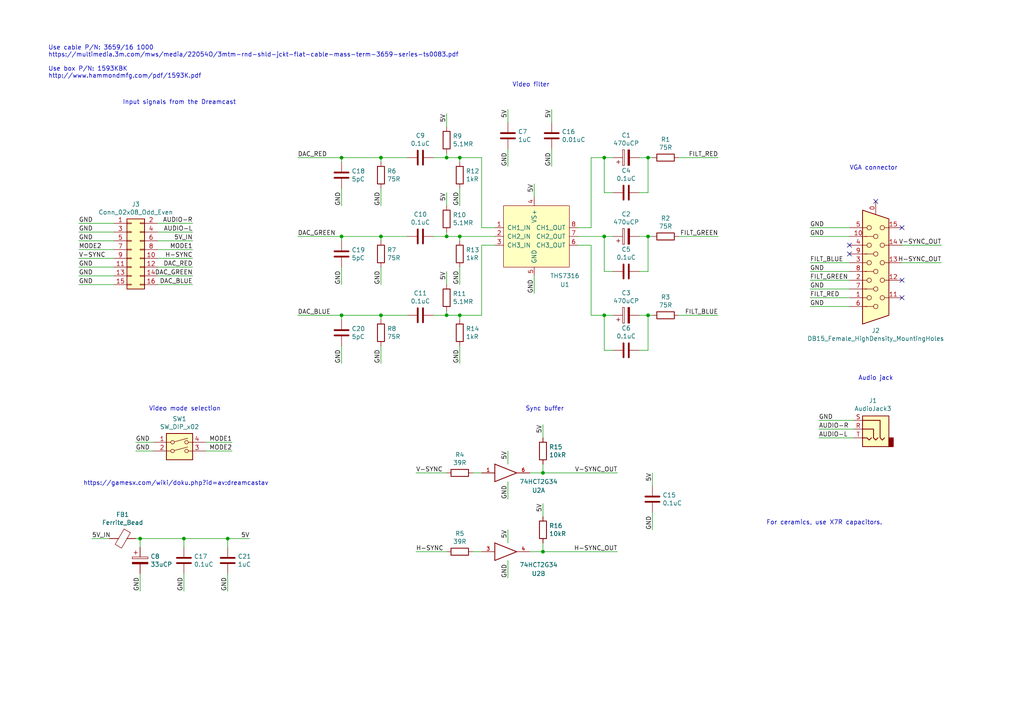
<source format=kicad_sch>
(kicad_sch (version 20231120) (generator "eeschema") (generator_version "8.0")
  (paper "A4")
  (lib_symbols
    (symbol "74xGxx:74LVC2G34" (pin_names (offset 1.016))
      (property "Reference" "U" (at -2.54 3.81 0))
      (property "Value" "74LVC2G34" (at 0 -3.81 0))
      (symbol "74LVC2G34_0_1"
        (polyline (pts (xy -3.81 2.54) (xy -3.81 -2.54) (xy 2.54 0) (xy -3.81 2.54)) (stroke (width 0.254)))
        (pin power_in line (at 0 -2.54 270) (length 0) hide (name "GND") (number "2"))
        (pin power_in line (at 0 2.54 90) (length 0) hide (name "VCC") (number "5"))
      )
      (symbol "74LVC2G34_1_1"
        (pin input line (at -7.62 0 0) (length 3.81) (name "~") (number "1"))
        (pin output line (at 6.35 0 180) (length 3.81) (name "~") (number "6"))
      )
      (symbol "74LVC2G34_2_1"
        (pin input line (at -7.62 0 0) (length 3.81) (name "~") (number "3"))
        (pin output line (at 6.35 0 180) (length 3.81) (name "~") (number "4"))
      )
    )
    (symbol "Amplifier_Video_custom:THS7316" (pin_names (offset 1.016))
      (property "Reference" "U" (at 7.62 -12.7 0))
      (property "Value" "THS7316" (at 7.62 -10.16 0))
      (symbol "THS7316_0_1"
        (rectangle (start -8.89 10.16) (end 10.16 -7.62) (fill (type background)))
      )
      (symbol "THS7316_1_1"
        (pin input line (at -11.43 3.81 0) (length 2.54) (name "CH1_IN") (number "1"))
        (pin input line (at -11.43 1.27 0) (length 2.54) (name "CH2_IN") (number "2"))
        (pin input line (at -11.43 -1.27 0) (length 2.54) (name "CH3_IN") (number "3"))
        (pin power_in line (at 0 12.7 270) (length 2.54) (name "VS+") (number "4"))
        (pin power_in line (at 0 -10.16 90) (length 2.54) (name "GND") (number "5"))
        (pin output line (at 12.7 -1.27 180) (length 2.54) (name "CH3_OUT") (number "6"))
        (pin output line (at 12.7 1.27 180) (length 2.54) (name "CH2_OUT") (number "7"))
        (pin output line (at 12.7 3.81 180) (length 2.54) (name "CH1_OUT") (number "8"))
      )
    )
    (symbol "Connector:AudioJack3"
      (property "Reference" "J" (at 0 8.89 0))
      (property "Value" "AudioJack3" (at 0 6.35 0))
      (symbol "AudioJack3_0_1"
        (rectangle (start -5.08 -5.08) (end -6.35 -2.54) (stroke (width 0.254)) (fill (type outline)))
        (polyline (pts (xy 0 -2.54) (xy 0.635 -3.175) (xy 1.27 -2.54) (xy 2.54 -2.54)) (stroke (width 0.254)))
        (polyline (pts (xy -1.905 -2.54) (xy -1.27 -3.175) (xy -0.635 -2.54) (xy -0.635 0) (xy 2.54 0)) (stroke (width 0.254)))
        (polyline (pts (xy 2.54 2.54) (xy -2.54 2.54) (xy -2.54 -2.54) (xy -3.175 -3.175) (xy -3.81 -2.54)) (stroke (width 0.254)))
        (rectangle (start 2.54 3.81) (end -5.08 -5.08) (stroke (width 0.254)) (fill (type background)))
      )
      (symbol "AudioJack3_1_1"
        (pin passive line (at 5.08 0 180) (length 2.54) (name "~") (number "R"))
        (pin passive line (at 5.08 2.54 180) (length 2.54) (name "~") (number "S"))
        (pin passive line (at 5.08 -2.54 180) (length 2.54) (name "~") (number "T"))
      )
    )
    (symbol "Connector:DB15_Female_HighDensity_MountingHoles" (pin_names (offset 1.016) hide)
      (property "Reference" "J" (at 0 21.59 0))
      (property "Value" "DB15_Female_HighDensity_MountingHoles" (at 0 19.05 0))
      (symbol "DB15_Female_HighDensity_MountingHoles_0_1"
        (circle (center -1.905 -10.16) (radius 0.635))
        (circle (center -1.905 -5.08) (radius 0.635))
        (circle (center -1.905 0) (radius 0.635))
        (circle (center -1.905 5.08) (radius 0.635))
        (circle (center -1.905 10.16) (radius 0.635))
        (circle (center 0 -7.62) (radius 0.635))
        (circle (center 0 -2.54) (radius 0.635))
        (polyline (pts (xy -3.175 7.62) (xy -0.635 7.62)))
        (polyline (pts (xy -0.635 -7.62) (xy -3.175 -7.62)))
        (polyline (pts (xy -0.635 -2.54) (xy -3.175 -2.54)))
        (polyline (pts (xy -0.635 2.54) (xy -3.175 2.54)))
        (polyline (pts (xy -0.635 12.7) (xy -3.175 12.7)))
        (polyline (pts (xy -3.81 17.78) (xy -3.81 -15.24) (xy 3.81 -12.7) (xy 3.81 15.24) (xy -3.81 17.78)) (stroke (width 0.254)) (fill (type background)))
        (circle (center 0 2.54) (radius 0.635))
        (circle (center 0 7.62) (radius 0.635))
        (circle (center 0 12.7) (radius 0.635))
        (circle (center 1.905 -10.16) (radius 0.635))
        (circle (center 1.905 -5.08) (radius 0.635))
        (circle (center 1.905 0) (radius 0.635))
        (circle (center 1.905 5.08) (radius 0.635))
        (circle (center 1.905 10.16) (radius 0.635))
      )
      (symbol "DB15_Female_HighDensity_MountingHoles_1_1"
        (pin passive line (at 0 -17.78 90) (length 3.81) (name "~") (number "0"))
        (pin passive line (at -7.62 10.16 0) (length 5.08) (name "~") (number "1"))
        (pin passive line (at -7.62 -7.62 0) (length 5.08) (name "~") (number "10"))
        (pin passive line (at 7.62 10.16 180) (length 5.08) (name "~") (number "11"))
        (pin passive line (at 7.62 5.08 180) (length 5.08) (name "~") (number "12"))
        (pin passive line (at 7.62 0 180) (length 5.08) (name "~") (number "13"))
        (pin passive line (at 7.62 -5.08 180) (length 5.08) (name "~") (number "14"))
        (pin passive line (at 7.62 -10.16 180) (length 5.08) (name "~") (number "15"))
        (pin passive line (at -7.62 5.08 0) (length 5.08) (name "~") (number "2"))
        (pin passive line (at -7.62 0 0) (length 5.08) (name "~") (number "3"))
        (pin passive line (at -7.62 -5.08 0) (length 5.08) (name "~") (number "4"))
        (pin passive line (at -7.62 -10.16 0) (length 5.08) (name "~") (number "5"))
        (pin passive line (at -7.62 12.7 0) (length 5.08) (name "~") (number "6"))
        (pin passive line (at -7.62 7.62 0) (length 5.08) (name "~") (number "7"))
        (pin passive line (at -7.62 2.54 0) (length 5.08) (name "~") (number "8"))
        (pin passive line (at -7.62 -2.54 0) (length 5.08) (name "~") (number "9"))
      )
    )
    (symbol "Connector_Generic:Conn_02x08_Odd_Even" (pin_names (offset 1.016) hide)
      (property "Reference" "J" (at 1.27 10.16 0))
      (property "Value" "Conn_02x08_Odd_Even" (at 1.27 -12.7 0))
      (symbol "Conn_02x08_Odd_Even_1_1"
        (rectangle (start -1.27 -10.033) (end 0 -10.287) (stroke (width 0.1524)))
        (rectangle (start -1.27 -7.493) (end 0 -7.747) (stroke (width 0.1524)))
        (rectangle (start -1.27 -4.953) (end 0 -5.207) (stroke (width 0.1524)))
        (rectangle (start -1.27 -2.413) (end 0 -2.667) (stroke (width 0.1524)))
        (rectangle (start -1.27 0.127) (end 0 -0.127) (stroke (width 0.1524)))
        (rectangle (start -1.27 2.667) (end 0 2.413) (stroke (width 0.1524)))
        (rectangle (start -1.27 5.207) (end 0 4.953) (stroke (width 0.1524)))
        (rectangle (start -1.27 7.747) (end 0 7.493) (stroke (width 0.1524)))
        (rectangle (start -1.27 8.89) (end 3.81 -11.43) (stroke (width 0.254)) (fill (type background)))
        (rectangle (start 3.81 -10.033) (end 2.54 -10.287) (stroke (width 0.1524)))
        (rectangle (start 3.81 -7.493) (end 2.54 -7.747) (stroke (width 0.1524)))
        (rectangle (start 3.81 -4.953) (end 2.54 -5.207) (stroke (width 0.1524)))
        (rectangle (start 3.81 -2.413) (end 2.54 -2.667) (stroke (width 0.1524)))
        (rectangle (start 3.81 0.127) (end 2.54 -0.127) (stroke (width 0.1524)))
        (rectangle (start 3.81 2.667) (end 2.54 2.413) (stroke (width 0.1524)))
        (rectangle (start 3.81 5.207) (end 2.54 4.953) (stroke (width 0.1524)))
        (rectangle (start 3.81 7.747) (end 2.54 7.493) (stroke (width 0.1524)))
        (pin passive line (at -5.08 7.62 0) (length 3.81) (name "Pin_1") (number "1"))
        (pin passive line (at 7.62 -2.54 180) (length 3.81) (name "Pin_10") (number "10"))
        (pin passive line (at -5.08 -5.08 0) (length 3.81) (name "Pin_11") (number "11"))
        (pin passive line (at 7.62 -5.08 180) (length 3.81) (name "Pin_12") (number "12"))
        (pin passive line (at -5.08 -7.62 0) (length 3.81) (name "Pin_13") (number "13"))
        (pin passive line (at 7.62 -7.62 180) (length 3.81) (name "Pin_14") (number "14"))
        (pin passive line (at -5.08 -10.16 0) (length 3.81) (name "Pin_15") (number "15"))
        (pin passive line (at 7.62 -10.16 180) (length 3.81) (name "Pin_16") (number "16"))
        (pin passive line (at 7.62 7.62 180) (length 3.81) (name "Pin_2") (number "2"))
        (pin passive line (at -5.08 5.08 0) (length 3.81) (name "Pin_3") (number "3"))
        (pin passive line (at 7.62 5.08 180) (length 3.81) (name "Pin_4") (number "4"))
        (pin passive line (at -5.08 2.54 0) (length 3.81) (name "Pin_5") (number "5"))
        (pin passive line (at 7.62 2.54 180) (length 3.81) (name "Pin_6") (number "6"))
        (pin passive line (at -5.08 0 0) (length 3.81) (name "Pin_7") (number "7"))
        (pin passive line (at 7.62 0 180) (length 3.81) (name "Pin_8") (number "8"))
        (pin passive line (at -5.08 -2.54 0) (length 3.81) (name "Pin_9") (number "9"))
      )
    )
    (symbol "Device:C" (pin_numbers hide) (pin_names (offset 0.254))
      (property "Reference" "C" (at 0.635 2.54 0))
      (property "Value" "C" (at 0.635 -2.54 0))
      (symbol "C_0_1"
        (polyline (pts (xy -2.032 -0.762) (xy 2.032 -0.762)) (stroke (width 0.508)))
        (polyline (pts (xy -2.032 0.762) (xy 2.032 0.762)) (stroke (width 0.508)))
      )
      (symbol "C_1_1"
        (pin passive line (at 0 3.81 270) (length 2.794) (name "~") (number "1"))
        (pin passive line (at 0 -3.81 90) (length 2.794) (name "~") (number "2"))
      )
    )
    (symbol "Device:R" (pin_numbers hide) (pin_names (offset 0))
      (property "Reference" "R" (at 2.032 0 90))
      (property "Value" "R" (at 0 0 90))
      (symbol "R_0_1"
        (rectangle (start -1.016 -2.54) (end 1.016 2.54) (stroke (width 0.254)))
      )
      (symbol "R_1_1"
        (pin passive line (at 0 3.81 270) (length 1.27) (name "~") (number "1"))
        (pin passive line (at 0 -3.81 90) (length 1.27) (name "~") (number "2"))
      )
    )
    (symbol "Dreamcast_VGA_Adapter-rescue:CP-Device" (pin_numbers hide) (pin_names (offset 0.254))
      (property "Reference" "C" (at 0.635 2.54 0))
      (property "Value" "CP-Device" (at 0.635 -2.54 0))
      (symbol "CP-Device_0_1"
        (rectangle (start -2.286 0.508) (end 2.286 1.016))
        (polyline (pts (xy -1.778 2.286) (xy -0.762 2.286)))
        (polyline (pts (xy -1.27 2.794) (xy -1.27 1.778)))
        (rectangle (start 2.286 -0.508) (end -2.286 -1.016) (fill (type outline)))
      )
      (symbol "CP-Device_1_1"
        (pin passive line (at 0 3.81 270) (length 2.794) (name "~") (number "1"))
        (pin passive line (at 0 -3.81 90) (length 2.794) (name "~") (number "2"))
      )
    )
    (symbol "Dreamcast_VGA_Adapter-rescue:Ferrite_Bead-Device" (pin_numbers hide) (pin_names (offset 0))
      (property "Reference" "FB" (at -3.81 0.635 90))
      (property "Value" "Ferrite_Bead-Device" (at 3.81 0 90))
      (symbol "Ferrite_Bead-Device_0_1"
        (polyline (pts (xy 0 -1.27) (xy 0 -1.2192)))
        (polyline (pts (xy 0 1.27) (xy 0 1.2954)))
        (polyline (pts (xy -2.7686 0.4064) (xy -1.7018 2.2606) (xy 2.7686 -0.3048) (xy 1.6764 -2.159) (xy -2.7686 0.4064)))
      )
      (symbol "Ferrite_Bead-Device_1_1"
        (pin passive line (at 0 3.81 270) (length 2.54) (name "~") (number "1"))
        (pin passive line (at 0 -3.81 90) (length 2.54) (name "~") (number "2"))
      )
    )
    (symbol "Switch:SW_DIP_x02" (pin_names (offset 0) hide)
      (property "Reference" "SW" (at 0 6.35 0))
      (property "Value" "SW_DIP_x02" (at 0 -3.81 0))
      (symbol "SW_DIP_x02_0_0"
        (circle (center -2.032 0) (radius 0.508))
        (circle (center -2.032 2.54) (radius 0.508))
        (polyline (pts (xy -1.524 0.127) (xy 2.3622 1.1684)))
        (polyline (pts (xy -1.524 2.667) (xy 2.3622 3.7084)))
        (circle (center 2.032 0) (radius 0.508))
        (circle (center 2.032 2.54) (radius 0.508))
      )
      (symbol "SW_DIP_x02_0_1"
        (rectangle (start -3.81 5.08) (end 3.81 -2.54) (stroke (width 0.254)) (fill (type background)))
      )
      (symbol "SW_DIP_x02_1_1"
        (pin passive line (at -7.62 2.54 0) (length 5.08) (name "~") (number "1"))
        (pin passive line (at -7.62 0 0) (length 5.08) (name "~") (number "2"))
        (pin passive line (at 7.62 0 180) (length 5.08) (name "~") (number "3"))
        (pin passive line (at 7.62 2.54 180) (length 5.08) (name "~") (number "4"))
      )
    )
  )
  (junction (at 133.35 45.72))
  (junction (at 129.54 91.44))
  (junction (at 187.96 91.44))
  (junction (at 110.49 91.44))
  (junction (at 110.49 68.58))
  (junction (at 175.26 45.72))
  (junction (at 40.64 156.21))
  (junction (at 175.26 91.44))
  (junction (at 187.96 45.72))
  (junction (at 157.48 137.16))
  (junction (at 175.26 68.58))
  (junction (at 99.06 45.72))
  (junction (at 53.34 156.21))
  (junction (at 110.49 45.72))
  (junction (at 129.54 45.72))
  (junction (at 99.06 91.44))
  (junction (at 133.35 91.44))
  (junction (at 133.35 68.58))
  (junction (at 99.06 68.58))
  (junction (at 157.48 160.02))
  (junction (at 129.54 68.58))
  (junction (at 187.96 68.58))
  (junction (at 66.04 156.21))
  (no_connect (at 254 58.42))
  (no_connect (at 261.62 86.36))
  (no_connect (at 246.38 71.12))
  (no_connect (at 261.62 81.28))
  (no_connect (at 246.38 73.66))
  (no_connect (at 261.62 66.04))
  (wire (pts (xy 171.45 45.72) (xy 175.26 45.72)))
  (wire (pts (xy 167.64 71.12) (xy 171.45 71.12)))
  (wire (pts (xy 22.86 69.85) (xy 33.02 69.85)))
  (wire (pts (xy 157.48 157.48) (xy 157.48 160.02)))
  (wire (pts (xy 139.7 66.04) (xy 139.7 45.72)))
  (wire (pts (xy 45.72 67.31) (xy 55.88 67.31)))
  (wire (pts (xy 129.54 33.02) (xy 129.54 36.83)))
  (wire (pts (xy 234.95 78.74) (xy 246.38 78.74)))
  (wire (pts (xy 153.67 137.16) (xy 157.48 137.16)))
  (wire (pts (xy 189.23 68.58) (xy 187.96 68.58)))
  (wire (pts (xy 185.42 45.72) (xy 187.96 45.72)))
  (wire (pts (xy 53.34 158.75) (xy 53.34 156.21)))
  (wire (pts (xy 167.64 68.58) (xy 175.26 68.58)))
  (wire (pts (xy 237.49 121.92) (xy 247.65 121.92)))
  (wire (pts (xy 99.06 91.44) (xy 86.36 91.44)))
  (wire (pts (xy 99.06 69.85) (xy 99.06 68.58)))
  (wire (pts (xy 175.26 45.72) (xy 175.26 55.88)))
  (wire (pts (xy 147.32 144.78) (xy 147.32 139.7)))
  (wire (pts (xy 44.45 130.81) (xy 39.37 130.81)))
  (wire (pts (xy 139.7 91.44) (xy 139.7 71.12)))
  (wire (pts (xy 177.8 78.74) (xy 175.26 78.74)))
  (wire (pts (xy 55.88 82.55) (xy 45.72 82.55)))
  (wire (pts (xy 147.32 167.64) (xy 147.32 162.56)))
  (wire (pts (xy 175.26 101.6) (xy 175.26 91.44)))
  (wire (pts (xy 273.05 71.12) (xy 261.62 71.12)))
  (wire (pts (xy 129.54 78.74) (xy 129.54 82.55)))
  (wire (pts (xy 31.75 156.21) (xy 26.67 156.21)))
  (wire (pts (xy 40.64 158.75) (xy 40.64 156.21)))
  (wire (pts (xy 22.86 64.77) (xy 33.02 64.77)))
  (wire (pts (xy 45.72 77.47) (xy 55.88 77.47)))
  (wire (pts (xy 110.49 68.58) (xy 118.11 68.58)))
  (wire (pts (xy 53.34 171.45) (xy 53.34 166.37)))
  (wire (pts (xy 59.69 128.27) (xy 67.31 128.27)))
  (wire (pts (xy 185.42 91.44) (xy 187.96 91.44)))
  (wire (pts (xy 147.32 48.26) (xy 147.32 43.18)))
  (wire (pts (xy 234.95 88.9) (xy 246.38 88.9)))
  (wire (pts (xy 154.94 53.34) (xy 154.94 57.15)))
  (wire (pts (xy 129.54 45.72) (xy 133.35 45.72)))
  (wire (pts (xy 45.72 72.39) (xy 55.88 72.39)))
  (wire (pts (xy 189.23 45.72) (xy 187.96 45.72)))
  (wire (pts (xy 110.49 45.72) (xy 99.06 45.72)))
  (wire (pts (xy 157.48 123.19) (xy 157.48 127)))
  (wire (pts (xy 139.7 71.12) (xy 143.51 71.12)))
  (wire (pts (xy 133.35 68.58) (xy 143.51 68.58)))
  (wire (pts (xy 175.26 55.88) (xy 177.8 55.88)))
  (wire (pts (xy 86.36 45.72) (xy 99.06 45.72)))
  (wire (pts (xy 143.51 66.04) (xy 139.7 66.04)))
  (wire (pts (xy 99.06 77.47) (xy 99.06 82.55)))
  (wire (pts (xy 99.06 91.44) (xy 99.06 92.71)))
  (wire (pts (xy 177.8 101.6) (xy 175.26 101.6)))
  (wire (pts (xy 110.49 45.72) (xy 110.49 46.99)))
  (wire (pts (xy 39.37 156.21) (xy 40.64 156.21)))
  (wire (pts (xy 133.35 54.61) (xy 133.35 59.69)))
  (wire (pts (xy 110.49 100.33) (xy 110.49 105.41)))
  (wire (pts (xy 137.16 137.16) (xy 139.7 137.16)))
  (wire (pts (xy 196.85 91.44) (xy 208.28 91.44)))
  (wire (pts (xy 133.35 77.47) (xy 133.35 82.55)))
  (wire (pts (xy 22.86 82.55) (xy 33.02 82.55)))
  (wire (pts (xy 234.95 66.04) (xy 246.38 66.04)))
  (wire (pts (xy 66.04 156.21) (xy 72.39 156.21)))
  (wire (pts (xy 157.48 134.62) (xy 157.48 137.16)))
  (wire (pts (xy 196.85 45.72) (xy 208.28 45.72)))
  (wire (pts (xy 147.32 153.67) (xy 147.32 157.48)))
  (wire (pts (xy 189.23 137.16) (xy 189.23 140.97)))
  (wire (pts (xy 40.64 156.21) (xy 53.34 156.21)))
  (wire (pts (xy 273.05 76.2) (xy 261.62 76.2)))
  (wire (pts (xy 67.31 130.81) (xy 59.69 130.81)))
  (wire (pts (xy 40.64 171.45) (xy 40.64 166.37)))
  (wire (pts (xy 175.26 91.44) (xy 177.8 91.44)))
  (wire (pts (xy 175.26 78.74) (xy 175.26 68.58)))
  (wire (pts (xy 22.86 67.31) (xy 33.02 67.31)))
  (wire (pts (xy 147.32 31.75) (xy 147.32 35.56)))
  (wire (pts (xy 55.88 74.93) (xy 45.72 74.93)))
  (wire (pts (xy 160.02 31.75) (xy 160.02 35.56)))
  (wire (pts (xy 185.42 101.6) (xy 187.96 101.6)))
  (wire (pts (xy 99.06 68.58) (xy 110.49 68.58)))
  (wire (pts (xy 110.49 45.72) (xy 118.11 45.72)))
  (wire (pts (xy 125.73 45.72) (xy 129.54 45.72)))
  (wire (pts (xy 185.42 78.74) (xy 187.96 78.74)))
  (wire (pts (xy 129.54 45.72) (xy 129.54 44.45)))
  (wire (pts (xy 133.35 45.72) (xy 139.7 45.72)))
  (wire (pts (xy 110.49 77.47) (xy 110.49 82.55)))
  (wire (pts (xy 157.48 146.05) (xy 157.48 149.86)))
  (wire (pts (xy 237.49 124.46) (xy 247.65 124.46)))
  (wire (pts (xy 110.49 54.61) (xy 110.49 59.69)))
  (wire (pts (xy 22.86 72.39) (xy 33.02 72.39)))
  (wire (pts (xy 22.86 77.47) (xy 33.02 77.47)))
  (wire (pts (xy 129.54 68.58) (xy 129.54 67.31)))
  (wire (pts (xy 187.96 68.58) (xy 185.42 68.58)))
  (wire (pts (xy 171.45 71.12) (xy 171.45 91.44)))
  (wire (pts (xy 129.54 160.02) (xy 120.65 160.02)))
  (wire (pts (xy 246.38 81.28) (xy 234.95 81.28)))
  (wire (pts (xy 99.06 46.99) (xy 99.06 45.72)))
  (wire (pts (xy 110.49 91.44) (xy 118.11 91.44)))
  (wire (pts (xy 234.95 76.2) (xy 246.38 76.2)))
  (wire (pts (xy 133.35 91.44) (xy 139.7 91.44)))
  (wire (pts (xy 171.45 91.44) (xy 175.26 91.44)))
  (wire (pts (xy 120.65 137.16) (xy 129.54 137.16)))
  (wire (pts (xy 157.48 160.02) (xy 153.67 160.02)))
  (wire (pts (xy 125.73 68.58) (xy 129.54 68.58)))
  (wire (pts (xy 171.45 66.04) (xy 171.45 45.72)))
  (wire (pts (xy 133.35 100.33) (xy 133.35 105.41)))
  (wire (pts (xy 179.07 160.02) (xy 157.48 160.02)))
  (wire (pts (xy 53.34 156.21) (xy 66.04 156.21)))
  (wire (pts (xy 175.26 45.72) (xy 177.8 45.72)))
  (wire (pts (xy 86.36 68.58) (xy 99.06 68.58)))
  (wire (pts (xy 45.72 80.01) (xy 55.88 80.01)))
  (wire (pts (xy 133.35 69.85) (xy 133.35 68.58)))
  (wire (pts (xy 139.7 160.02) (xy 137.16 160.02)))
  (wire (pts (xy 110.49 91.44) (xy 110.49 92.71)))
  (wire (pts (xy 187.96 78.74) (xy 187.96 68.58)))
  (wire (pts (xy 129.54 68.58) (xy 133.35 68.58)))
  (wire (pts (xy 234.95 68.58) (xy 246.38 68.58)))
  (wire (pts (xy 33.02 74.93) (xy 22.86 74.93)))
  (wire (pts (xy 99.06 54.61) (xy 99.06 59.69)))
  (wire (pts (xy 66.04 158.75) (xy 66.04 156.21)))
  (wire (pts (xy 234.95 83.82) (xy 246.38 83.82)))
  (wire (pts (xy 55.88 64.77) (xy 45.72 64.77)))
  (wire (pts (xy 160.02 48.26) (xy 160.02 43.18)))
  (wire (pts (xy 133.35 45.72) (xy 133.35 46.99)))
  (wire (pts (xy 167.64 66.04) (xy 171.45 66.04)))
  (wire (pts (xy 129.54 55.88) (xy 129.54 59.69)))
  (wire (pts (xy 22.86 80.01) (xy 33.02 80.01)))
  (wire (pts (xy 129.54 91.44) (xy 133.35 91.44)))
  (wire (pts (xy 110.49 91.44) (xy 99.06 91.44)))
  (wire (pts (xy 185.42 55.88) (xy 187.96 55.88)))
  (wire (pts (xy 133.35 91.44) (xy 133.35 92.71)))
  (wire (pts (xy 66.04 171.45) (xy 66.04 166.37)))
  (wire (pts (xy 237.49 127) (xy 247.65 127)))
  (wire (pts (xy 154.94 85.09) (xy 154.94 80.01)))
  (wire (pts (xy 125.73 91.44) (xy 129.54 91.44)))
  (wire (pts (xy 39.37 128.27) (xy 44.45 128.27)))
  (wire (pts (xy 110.49 68.58) (xy 110.49 69.85)))
  (wire (pts (xy 189.23 91.44) (xy 187.96 91.44)))
  (wire (pts (xy 189.23 153.67) (xy 189.23 148.59)))
  (wire (pts (xy 157.48 137.16) (xy 179.07 137.16)))
  (wire (pts (xy 187.96 101.6) (xy 187.96 91.44)))
  (wire (pts (xy 55.88 69.85) (xy 45.72 69.85)))
  (wire (pts (xy 99.06 100.33) (xy 99.06 105.41)))
  (wire (pts (xy 129.54 91.44) (xy 129.54 90.17)))
  (wire (pts (xy 147.32 130.81) (xy 147.32 134.62)))
  (wire (pts (xy 175.26 68.58) (xy 177.8 68.58)))
  (wire (pts (xy 187.96 55.88) (xy 187.96 45.72)))
  (wire (pts (xy 246.38 86.36) (xy 234.95 86.36)))
  (wire (pts (xy 196.85 68.58) (xy 208.28 68.58)))
  (text "Video mode selection" (at 43.18 119.38 0) (effects (font (size 1.27 1.27)) (justify left bottom)))
  (text "Video filter" (at 148.59 25.4 0) (effects (font (size 1.27 1.27)) (justify left bottom)))
  (text "For ceramics, use X7R capacitors." (at 222.25 152.4 0) (effects (font (size 1.27 1.27)) (justify left bottom)))
  (text "Audio jack" (at 248.92 110.49 0) (effects (font (size 1.27 1.27)) (justify left bottom)))
  (text "Use cable P/N: 3659/16 1000\nhttps://multimedia.3m.com/mws/media/22054O/3mtm-rnd-shld-jckt-flat-cable-mass-term-3659-series-ts0083.pdf\n\nUse box P/N: 1593KBK\nhttp://www.hammondmfg.com/pdf/1593K.pdf" (at 13.97 22.86 0) (effects (font (size 1.27 1.27)) (justify left bottom)))
  (text "Sync buffer" (at 152.4 119.38 0) (effects (font (size 1.27 1.27)) (justify left bottom)))
  (text "Input signals from the Dreamcast" (at 35.56 30.48 0) (effects (font (size 1.27 1.27)) (justify left bottom)))
  (text "https://gamesx.com/wiki/doku.php?id=av:dreamcastav" (at 24.13 140.97 0) (effects (font (size 1.27 1.27)) (justify left bottom)))
  (text "VGA connector" (at 246.38 49.53 0) (effects (font (size 1.27 1.27)) (justify left bottom)))
  (label "AUDIO-R" (at 55.88 64.77 180))
  (label "H-SYNC" (at 55.88 74.93 180))
  (label "GND" (at 234.95 88.9 0))
  (label "5V" (at 129.54 78.74 270))
  (label "GND" (at 39.37 128.27 0))
  (label "AUDIO-L" (at 237.49 127 0))
  (label "MODE2" (at 22.86 72.39 0))
  (label "5V" (at 154.94 53.34 270))
  (label "GND" (at 110.49 82.55 90))
  (label "GND" (at 39.37 130.81 0))
  (label "GND" (at 99.06 82.55 90))
  (label "GND" (at 99.06 59.69 90))
  (label "GND" (at 22.86 82.55 0))
  (label "FILT_GREEN" (at 208.28 68.58 180))
  (label "DAC_BLUE" (at 55.88 82.55 180))
  (label "V-SYNC" (at 120.65 137.16 0))
  (label "V-SYNC" (at 22.86 74.93 0))
  (label "H-SYNC" (at 120.65 160.02 0))
  (label "V-SYNC_OUT" (at 273.05 71.12 180))
  (label "GND" (at 110.49 105.41 90))
  (label "GND" (at 189.23 153.67 90))
  (label "GND" (at 147.32 48.26 90))
  (label "FILT_BLUE" (at 234.95 76.2 0))
  (label "GND" (at 22.86 77.47 0))
  (label "GND" (at 154.94 85.09 90))
  (label "DAC_BLUE" (at 86.36 91.44 0))
  (label "5V" (at 147.32 130.81 270))
  (label "GND" (at 22.86 64.77 0))
  (label "5V" (at 147.32 31.75 270))
  (label "5V_IN" (at 55.88 69.85 180))
  (label "5V" (at 72.39 156.21 180))
  (label "AUDIO-L" (at 55.88 67.31 180))
  (label "MODE1" (at 67.31 128.27 180))
  (label "GND" (at 22.86 69.85 0))
  (label "5V" (at 157.48 146.05 270))
  (label "GND" (at 237.49 121.92 0))
  (label "GND" (at 234.95 66.04 0))
  (label "GND" (at 234.95 68.58 0))
  (label "FILT_BLUE" (at 208.28 91.44 180))
  (label "GND" (at 147.32 144.78 90))
  (label "GND" (at 160.02 48.26 90))
  (label "GND" (at 53.34 171.45 90))
  (label "V-SYNC_OUT" (at 179.07 137.16 180))
  (label "GND" (at 22.86 80.01 0))
  (label "FILT_RED" (at 234.95 86.36 0))
  (label "GND" (at 234.95 78.74 0))
  (label "GND" (at 66.04 171.45 90))
  (label "DAC_GREEN" (at 55.88 80.01 180))
  (label "GND" (at 40.64 171.45 90))
  (label "5V" (at 129.54 33.02 270))
  (label "GND" (at 133.35 82.55 90))
  (label "5V" (at 160.02 31.75 270))
  (label "H-SYNC_OUT" (at 273.05 76.2 180))
  (label "GND" (at 22.86 67.31 0))
  (label "5V" (at 157.48 123.19 270))
  (label "AUDIO-R" (at 237.49 124.46 0))
  (label "FILT_GREEN" (at 234.95 81.28 0))
  (label "5V" (at 189.23 137.16 270))
  (label "FILT_RED" (at 208.28 45.72 180))
  (label "H-SYNC_OUT" (at 179.07 160.02 180))
  (label "5V_IN" (at 26.67 156.21 0))
  (label "DAC_RED" (at 86.36 45.72 0))
  (label "DAC_RED" (at 55.88 77.47 180))
  (label "GND" (at 99.06 105.41 90))
  (label "GND" (at 110.49 59.69 90))
  (label "5V" (at 147.32 153.67 270))
  (label "GND" (at 147.32 167.64 90))
  (label "MODE1" (at 55.88 72.39 180))
  (label "GND" (at 133.35 105.41 90))
  (label "GND" (at 234.95 83.82 0))
  (label "GND" (at 133.35 59.69 90))
  (label "5V" (at 129.54 55.88 270))
  (label "MODE2" (at 67.31 130.81 180))
  (label "DAC_GREEN" (at 86.36 68.58 0))
  (symbol (lib_id "Connector:AudioJack3") (at 252.73 124.46 0) (mirror y) (unit 1)
    (property "Reference" "J1" (at 253.1872 116.205 0))
    (property "Value" "AudioJack3" (at 253.1872 118.5164 0))
    (property "Footprint" "Connector_Audio_custom:Jack_3.5mm_CUI_SJ1-3533NG_Horizontal" (effects (hide yes)))
    (property "Datasheet" "https://www.cuidevices.com/product/resource/sj1-353xng.pdf" (effects (hide yes)))
    (property "Manufacturer Part Number" "SJ1-3533NG" (effects (hide yes)))
  )
  (symbol (lib_id "Device:R") (at 133.35 137.16 270) (unit 1)
    (property "Reference" "R4" (at 133.35 131.9022 90))
    (property "Value" "39R" (at 133.35 134.2136 90))
    (property "Footprint" "Resistor_SMD:R_0805_2012Metric_Pad1.15x1.40mm_HandSolder" (effects (hide yes)))
    (property "Manufacturer Part Number" "RC0805FR-0739RL" (effects (hide yes)))
  )
  (symbol (lib_id "Device:R") (at 133.35 160.02 270) (unit 1)
    (property "Reference" "R5" (at 133.35 154.7622 90))
    (property "Value" "39R" (at 133.35 157.0736 90))
    (property "Footprint" "Resistor_SMD:R_0805_2012Metric_Pad1.15x1.40mm_HandSolder" (effects (hide yes)))
    (property "Manufacturer Part Number" "RC0805FR-0739RL" (effects (hide yes)))
  )
  (symbol (lib_id "Device:C") (at 181.61 55.88 270) (unit 1)
    (property "Reference" "C4" (at 181.61 49.4792 90))
    (property "Value" "0.1uC" (at 181.61 51.7906 90))
    (property "Footprint" "Capacitor_SMD:C_0805_2012Metric_Pad1.15x1.40mm_HandSolder" (effects (hide yes)))
    (property "Manufacturer Part Number" "AC0805KRX7R7BB104" (effects (hide yes)))
  )
  (symbol (lib_id "Device:C") (at 181.61 78.74 270) (unit 1)
    (property "Reference" "C5" (at 181.61 72.3392 90))
    (property "Value" "0.1uC" (at 181.61 74.6506 90))
    (property "Footprint" "Capacitor_SMD:C_0805_2012Metric_Pad1.15x1.40mm_HandSolder" (effects (hide yes)))
    (property "Manufacturer Part Number" "AC0805KRX7R7BB104" (effects (hide yes)))
  )
  (symbol (lib_id "Device:C") (at 181.61 101.6 270) (unit 1)
    (property "Reference" "C6" (at 181.61 95.1992 90))
    (property "Value" "0.1uC" (at 181.61 97.5106 90))
    (property "Footprint" "Capacitor_SMD:C_0805_2012Metric_Pad1.15x1.40mm_HandSolder" (effects (hide yes)))
    (property "Manufacturer Part Number" "AC0805KRX7R7BB104" (effects (hide yes)))
  )
  (symbol (lib_id "Device:C") (at 121.92 45.72 270) (unit 1)
    (property "Reference" "C9" (at 121.92 39.3192 90))
    (property "Value" "0.1uC" (at 121.92 41.6306 90))
    (property "Footprint" "Capacitor_SMD:C_0805_2012Metric_Pad1.15x1.40mm_HandSolder" (effects (hide yes)))
    (property "Manufacturer Part Number" "AC0805KRX7R7BB104" (effects (hide yes)))
  )
  (symbol (lib_id "Device:C") (at 121.92 68.58 270) (unit 1)
    (property "Reference" "C10" (at 121.92 62.1792 90))
    (property "Value" "0.1uC" (at 121.92 64.4906 90))
    (property "Footprint" "Capacitor_SMD:C_0805_2012Metric_Pad1.15x1.40mm_HandSolder" (effects (hide yes)))
    (property "Manufacturer Part Number" "AC0805KRX7R7BB104" (effects (hide yes)))
  )
  (symbol (lib_id "Device:C") (at 121.92 91.44 270) (unit 1)
    (property "Reference" "C11" (at 121.92 85.0392 90))
    (property "Value" "0.1uC" (at 121.92 87.3506 90))
    (property "Footprint" "Capacitor_SMD:C_0805_2012Metric_Pad1.15x1.40mm_HandSolder" (effects (hide yes)))
    (property "Manufacturer Part Number" "AC0805KRX7R7BB104" (effects (hide yes)))
  )
  (symbol (lib_id "74xGxx:74LVC2G34") (at 147.32 137.16 0) (unit 1)
    (property "Reference" "U2" (at 156.21 142.24 0))
    (property "Value" "74HCT2G34" (at 156.21 139.7 0))
    (property "Footprint" "Package_TO_SOT_SMD:SOT-363_SC-70-6_Handsoldering" (effects (hide yes)))
    (property "Datasheet" "https://assets.nexperia.com/documents/data-sheet/74HC_HCT2G34.pdf" (effects (hide yes)))
    (property "Manufacturer Part Number" "74HCT2G34GW,125" (effects (hide yes)))
  )
  (symbol (lib_id "74xGxx:74LVC2G34") (at 147.32 160.02 0) (unit 2)
    (property "Reference" "U2" (at 156.21 166.37 0))
    (property "Value" "74HCT2G34" (at 156.21 163.83 0))
    (property "Footprint" "Package_TO_SOT_SMD:SOT-363_SC-70-6_Handsoldering" (effects (hide yes)))
    (property "Datasheet" "https://assets.nexperia.com/documents/data-sheet/74HC_HCT2G34.pdf" (effects (hide yes)))
    (property "Manufacturer Part Number" "74HCT2G34GW,125" (effects (hide yes)))
  )
  (symbol (lib_id "Amplifier_Video_custom:THS7316") (at 154.94 69.85 0) (unit 1)
    (property "Reference" "U1" (at 163.83 82.55 0))
    (property "Value" "THS7316" (at 163.83 80.01 0))
    (property "Footprint" "Package_SO:SOIC-8_3.9x4.9mm_P1.27mm" (effects (hide yes)))
    (property "Datasheet" "https://www.ti.com/lit/ds/symlink/ths7316.pdf" (effects (hide yes)))
    (property "Manufacturer Part Number" "THS7316DR" (effects (hide yes)))
  )
  (symbol (lib_id "Dreamcast_VGA_Adapter-rescue:Ferrite_Bead-Device") (at 35.56 156.21 270) (unit 1)
    (property "Reference" "FB1" (at 35.56 149.2504 90))
    (property "Value" "Ferrite_Bead" (at 35.56 151.5618 90))
    (property "Footprint" "Inductor_SMD:L_0805_2012Metric_Pad1.15x1.40mm_HandSolder" (effects (hide yes)))
    (property "Manufacturer Part Number" "BLM21SP471SH1D" (effects (hide yes)))
  )
  (symbol (lib_id "Device:C") (at 147.32 39.37 0) (unit 1)
    (property "Reference" "C7" (at 150.241 38.2016 0) (effects (justify left)))
    (property "Value" "1uC" (at 150.241 40.513 0) (effects (justify left)))
    (property "Footprint" "Capacitor_SMD:C_0805_2012Metric_Pad1.15x1.40mm_HandSolder" (effects (hide yes)))
    (property "Manufacturer Part Number" "CC0805MKX7R7BB105" (effects (hide yes)))
  )
  (symbol (lib_id "Device:R") (at 129.54 63.5 0) (unit 1)
    (property "Reference" "R10" (at 131.318 62.3316 0) (effects (justify left)))
    (property "Value" "5.1MR" (at 131.318 64.643 0) (effects (justify left)))
    (property "Footprint" "Resistor_SMD:R_0805_2012Metric_Pad1.15x1.40mm_HandSolder" (effects (hide yes)))
    (property "Manufacturer Part Number" "KTR10EZPF5104" (effects (hide yes)))
  )
  (symbol (lib_id "Device:R") (at 129.54 86.36 0) (unit 1)
    (property "Reference" "R11" (at 131.318 85.1916 0) (effects (justify left)))
    (property "Value" "5.1MR" (at 131.318 87.503 0) (effects (justify left)))
    (property "Footprint" "Resistor_SMD:R_0805_2012Metric_Pad1.15x1.40mm_HandSolder" (effects (hide yes)))
    (property "Manufacturer Part Number" "KTR10EZPF5104" (effects (hide yes)))
  )
  (symbol (lib_id "Device:R") (at 129.54 40.64 0) (unit 1)
    (property "Reference" "R9" (at 131.318 39.4716 0) (effects (justify left)))
    (property "Value" "5.1MR" (at 131.318 41.783 0) (effects (justify left)))
    (property "Footprint" "Resistor_SMD:R_0805_2012Metric_Pad1.15x1.40mm_HandSolder" (effects (hide yes)))
    (property "Manufacturer Part Number" "KTR10EZPF5104" (effects (hide yes)))
  )
  (symbol (lib_id "Switch:SW_DIP_x02") (at 52.07 130.81 0) (unit 1)
    (property "Reference" "SW1" (at 52.07 121.4882 0))
    (property "Value" "SW_DIP_x02" (at 52.07 123.7996 0))
    (property "Footprint" "Button_Switch_THT:SW_DIP_SPSTx02_Slide_9.78x7.26mm_W7.62mm_P2.54mm" (effects (hide yes)))
    (property "Datasheet" "https://www.cuidevices.com/product/resource/ds01-254.pdf" (effects (hide yes)))
    (property "Manufacturer Part Number" "DS01-254-L-02BE" (effects (hide yes)))
  )
  (symbol (lib_id "Device:R") (at 133.35 96.52 0) (unit 1)
    (property "Reference" "R14" (at 135.128 95.3516 0) (effects (justify left)))
    (property "Value" "1kR" (at 135.128 97.663 0) (effects (justify left)))
    (property "Footprint" "Resistor_SMD:R_0805_2012Metric_Pad1.15x1.40mm_HandSolder" (effects (hide yes)))
    (property "Manufacturer Part Number" "RC0805FR-071KL" (effects (hide yes)))
  )
  (symbol (lib_id "Device:C") (at 189.23 144.78 0) (unit 1)
    (property "Reference" "C15" (at 192.151 143.6116 0) (effects (justify left)))
    (property "Value" "0.1uC" (at 192.151 145.923 0) (effects (justify left)))
    (property "Footprint" "Capacitor_SMD:C_0805_2012Metric_Pad1.15x1.40mm_HandSolder" (effects (hide yes)))
    (property "Manufacturer Part Number" "AC0805KRX7R7BB104" (effects (hide yes)))
  )
  (symbol (lib_id "Device:R") (at 157.48 130.81 0) (unit 1)
    (property "Reference" "R15" (at 159.258 129.6416 0) (effects (justify left)))
    (property "Value" "10kR" (at 159.258 131.953 0) (effects (justify left)))
    (property "Footprint" "Resistor_SMD:R_0805_2012Metric_Pad1.15x1.40mm_HandSolder" (effects (hide yes)))
    (property "Manufacturer Part Number" "RC0805FR-0710KL" (effects (hide yes)))
  )
  (symbol (lib_id "Device:R") (at 133.35 73.66 0) (unit 1)
    (property "Reference" "R13" (at 135.128 72.4916 0) (effects (justify left)))
    (property "Value" "1kR" (at 135.128 74.803 0) (effects (justify left)))
    (property "Footprint" "Resistor_SMD:R_0805_2012Metric_Pad1.15x1.40mm_HandSolder" (effects (hide yes)))
    (property "Manufacturer Part Number" "RC0805FR-071KL" (effects (hide yes)))
  )
  (symbol (lib_id "Device:R") (at 133.35 50.8 0) (unit 1)
    (property "Reference" "R12" (at 135.128 49.6316 0) (effects (justify left)))
    (property "Value" "1kR" (at 135.128 51.943 0) (effects (justify left)))
    (property "Footprint" "Resistor_SMD:R_0805_2012Metric_Pad1.15x1.40mm_HandSolder" (effects (hide yes)))
    (property "Manufacturer Part Number" "RC0805FR-071KL" (effects (hide yes)))
  )
  (symbol (lib_id "Device:C") (at 160.02 39.37 0) (unit 1)
    (property "Reference" "C16" (at 162.941 38.2016 0) (effects (justify left)))
    (property "Value" "0.01uC" (at 162.941 40.513 0) (effects (justify left)))
    (property "Footprint" "Capacitor_SMD:C_0805_2012Metric_Pad1.15x1.40mm_HandSolder" (effects (hide yes)))
    (property "Manufacturer Part Number" "CC0805KRX7R9BB103" (effects (hide yes)))
  )
  (symbol (lib_id "Device:R") (at 157.48 153.67 0) (unit 1)
    (property "Reference" "R16" (at 159.258 152.5016 0) (effects (justify left)))
    (property "Value" "10kR" (at 159.258 154.813 0) (effects (justify left)))
    (property "Footprint" "Resistor_SMD:R_0805_2012Metric_Pad1.15x1.40mm_HandSolder" (effects (hide yes)))
    (property "Manufacturer Part Number" "RC0805FR-0710KL" (effects (hide yes)))
  )
  (symbol (lib_id "Device:C") (at 53.34 162.56 0) (unit 1)
    (property "Reference" "C17" (at 56.261 161.3916 0) (effects (justify left)))
    (property "Value" "0.1uC" (at 56.261 163.703 0) (effects (justify left)))
    (property "Footprint" "Capacitor_SMD:C_0805_2012Metric_Pad1.15x1.40mm_HandSolder" (effects (hide yes)))
    (property "Manufacturer Part Number" "AC0805KRX7R7BB104" (effects (hide yes)))
  )
  (symbol (lib_id "Dreamcast_VGA_Adapter-rescue:CP-Device") (at 181.61 45.72 90) (unit 1)
    (property "Reference" "C1" (at 181.61 39.243 90))
    (property "Value" "470uCP" (at 181.61 41.5544 90))
    (property "Footprint" "Capacitor_THT:CP_Radial_D8.0mm_P3.50mm" (effects (hide yes)))
    (property "Datasheet" "http://www.rubycon.co.jp/en/catalog/e_pdfs/aluminum/e_zlh.pdf" (effects (hide yes)))
    (property "Manufacturer Part Number" "16ZLH470MEFCT78X11.5" (effects (hide yes)))
  )
  (symbol (lib_id "Dreamcast_VGA_Adapter-rescue:CP-Device") (at 181.61 68.58 90) (unit 1)
    (property "Reference" "C2" (at 181.61 62.103 90))
    (property "Value" "470uCP" (at 181.61 64.4144 90))
    (property "Footprint" "Capacitor_THT:CP_Radial_D8.0mm_P3.50mm" (effects (hide yes)))
    (property "Datasheet" "http://www.rubycon.co.jp/en/catalog/e_pdfs/aluminum/e_zlh.pdf" (effects (hide yes)))
    (property "Manufacturer Part Number" "16ZLH470MEFCT78X11.5" (effects (hide yes)))
  )
  (symbol (lib_id "Dreamcast_VGA_Adapter-rescue:CP-Device") (at 181.61 91.44 90) (unit 1)
    (property "Reference" "C3" (at 181.61 84.963 90))
    (property "Value" "470uCP" (at 181.61 87.2744 90))
    (property "Footprint" "Capacitor_THT:CP_Radial_D8.0mm_P3.50mm" (effects (hide yes)))
    (property "Datasheet" "http://www.rubycon.co.jp/en/catalog/e_pdfs/aluminum/e_zlh.pdf" (effects (hide yes)))
    (property "Manufacturer Part Number" "16ZLH470MEFCT78X11.5" (effects (hide yes)))
  )
  (symbol (lib_id "Device:R") (at 193.04 45.72 270) (unit 1)
    (property "Reference" "R1" (at 193.04 40.4622 90))
    (property "Value" "75R" (at 193.04 42.7736 90))
    (property "Footprint" "Resistor_SMD:R_0805_2012Metric_Pad1.15x1.40mm_HandSolder" (effects (hide yes)))
    (property "Manufacturer Part Number" "KTR10EZPF75R0" (effects (hide yes)))
  )
  (symbol (lib_id "Device:R") (at 193.04 68.58 270) (unit 1)
    (property "Reference" "R2" (at 193.04 63.3222 90))
    (property "Value" "75R" (at 193.04 65.6336 90))
    (property "Footprint" "Resistor_SMD:R_0805_2012Metric_Pad1.15x1.40mm_HandSolder" (effects (hide yes)))
    (property "Manufacturer Part Number" "KTR10EZPF75R0" (effects (hide yes)))
  )
  (symbol (lib_id "Device:R") (at 193.04 91.44 270) (unit 1)
    (property "Reference" "R3" (at 193.04 86.1822 90))
    (property "Value" "75R" (at 193.04 88.4936 90))
    (property "Footprint" "Resistor_SMD:R_0805_2012Metric_Pad1.15x1.40mm_HandSolder" (effects (hide yes)))
    (property "Manufacturer Part Number" "KTR10EZPF75R0" (effects (hide yes)))
  )
  (symbol (lib_id "Connector:DB15_Female_HighDensity_MountingHoles") (at 254 76.2 0) (mirror x) (unit 1)
    (property "Reference" "J2" (at 254 95.885 0))
    (property "Value" "DB15_Female_HighDensity_MountingHoles" (at 254 98.1964 0))
    (property "Footprint" "Connector_Dsub_custom:DSUB-15-HD_Female_Horizontal_P2.29x1.98mm_EdgePinOffset3.03mm_Housed_MountingHolesOffset4.94mm" (effects (hide yes)))
    (property "Datasheet" "http://www.kycon.com/Pub_Eng_Draw/K61X-E15S-NJ.pdf" (effects (hide yes)))
    (property "Manufacturer Part Number" "K61X-E15S-NJ" (effects (hide yes)))
  )
  (symbol (lib_id "Dreamcast_VGA_Adapter-rescue:CP-Device") (at 40.64 162.56 0) (unit 1)
    (property "Reference" "C8" (at 43.6372 161.3916 0) (effects (justify left)))
    (property "Value" "33uCP" (at 43.6372 163.703 0) (effects (justify left)))
    (property "Footprint" "Capacitor_Tantalum_SMD:CP_EIA-3528-21_Kemet-B_Pad1.50x2.35mm_HandSolder" (effects (hide yes)))
    (property "Datasheet" "http://datasheets.avx.com/TAJ.pdf" (effects (hide yes)))
    (property "Manufacturer Part Number" "TAJB336K006RNJ" (effects (hide yes)))
  )
  (symbol (lib_id "Device:R") (at 110.49 96.52 0) (unit 1)
    (property "Reference" "R8" (at 112.268 95.3516 0) (effects (justify left)))
    (property "Value" "75R" (at 112.268 97.663 0) (effects (justify left)))
    (property "Footprint" "Resistor_SMD:R_0805_2012Metric_Pad1.15x1.40mm_HandSolder" (effects (hide yes)))
    (property "Manufacturer Part Number" "KTR10EZPF75R0" (effects (hide yes)))
  )
  (symbol (lib_id "Device:R") (at 110.49 73.66 0) (unit 1)
    (property "Reference" "R7" (at 112.268 72.4916 0) (effects (justify left)))
    (property "Value" "75R" (at 112.268 74.803 0) (effects (justify left)))
    (property "Footprint" "Resistor_SMD:R_0805_2012Metric_Pad1.15x1.40mm_HandSolder" (effects (hide yes)))
    (property "Manufacturer Part Number" "KTR10EZPF75R0" (effects (hide yes)))
  )
  (symbol (lib_id "Device:R") (at 110.49 50.8 0) (unit 1)
    (property "Reference" "R6" (at 112.268 49.6316 0) (effects (justify left)))
    (property "Value" "75R" (at 112.268 51.943 0) (effects (justify left)))
    (property "Footprint" "Resistor_SMD:R_0805_2012Metric_Pad1.15x1.40mm_HandSolder" (effects (hide yes)))
    (property "Manufacturer Part Number" "KTR10EZPF75R0" (effects (hide yes)))
  )
  (symbol (lib_id "Device:C") (at 99.06 50.8 0) (unit 1)
    (property "Reference" "C18" (at 101.981 49.6316 0) (effects (justify left)))
    (property "Value" "5pC" (at 101.981 51.943 0) (effects (justify left)))
    (property "Footprint" "Capacitor_SMD:C_0805_2012Metric_Pad1.15x1.40mm_HandSolder" (effects (hide yes)))
    (property "Manufacturer Part Number" "08055A5R0CAT2A" (effects (hide yes)))
  )
  (symbol (lib_id "Device:C") (at 99.06 73.66 0) (unit 1)
    (property "Reference" "C19" (at 101.981 72.4916 0) (effects (justify left)))
    (property "Value" "5pC" (at 101.981 74.803 0) (effects (justify left)))
    (property "Footprint" "Capacitor_SMD:C_0805_2012Metric_Pad1.15x1.40mm_HandSolder" (effects (hide yes)))
    (property "Manufacturer Part Number" "08055A5R0CAT2A" (effects (hide yes)))
  )
  (symbol (lib_id "Device:C") (at 99.06 96.52 0) (unit 1)
    (property "Reference" "C20" (at 101.981 95.3516 0) (effects (justify left)))
    (property "Value" "5pC" (at 101.981 97.663 0) (effects (justify left)))
    (property "Footprint" "Capacitor_SMD:C_0805_2012Metric_Pad1.15x1.40mm_HandSolder" (effects (hide yes)))
    (property "Manufacturer Part Number" "08055A5R0CAT2A" (effects (hide yes)))
  )
  (symbol (lib_id "Device:C") (at 66.04 162.56 0) (unit 1)
    (property "Reference" "C21" (at 68.961 161.3916 0) (effects (justify left)))
    (property "Value" "1uC" (at 68.961 163.703 0) (effects (justify left)))
    (property "Footprint" "Capacitor_SMD:C_0805_2012Metric_Pad1.15x1.40mm_HandSolder" (effects (hide yes)))
    (property "Manufacturer Part Number" "CC0805MKX7R7BB105" (effects (hide yes)))
  )
  (symbol (lib_id "Connector_Generic:Conn_02x08_Odd_Even") (at 38.1 72.39 0) (unit 1)
    (property "Reference" "J3" (at 39.37 59.2582 0))
    (property "Value" "Conn_02x08_Odd_Even" (at 39.37 61.5696 0))
    (property "Footprint" "Connector_IDC:IDC-Header_2x08_P2.54mm_Vertical" (effects (hide yes)))
    (property "Datasheet" "https://multimedia.3m.com/mws/media/375264O/3mtm-100-in-pcb-100x-100-two-row-78xx-series-ts2104.pdf" (effects (hide yes)))
    (property "Manufacturer Part Number" "7816-0000PR" (effects (hide yes)))
  )
)
</source>
